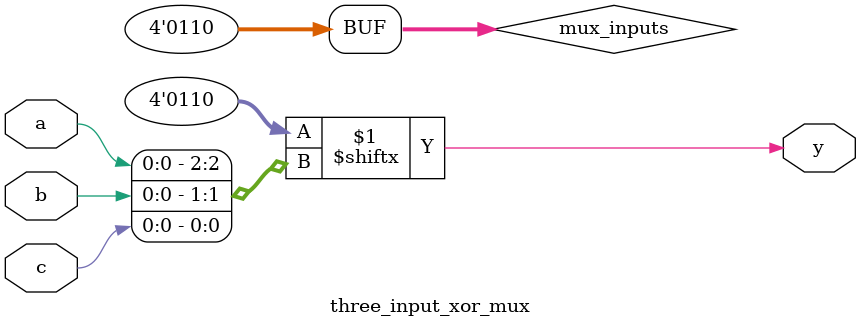
<source format=v>
`timescale 1ns / 1ps

module three_input_xor_mux (
    input wire a,
    input wire b,
    input wire c,
    output wire y
);
    wire [3:0] mux_inputs;
    
    assign mux_inputs[0] = 0;   // 000 -> 0
    assign mux_inputs[1] = 1;   // 001 -> 1
    assign mux_inputs[2] = 1;   // 010 -> 1
    assign mux_inputs[3] = 0;   // 011 -> 0
    assign mux_inputs[4] = 1;   // 100 -> 1
    assign mux_inputs[5] = 0;   // 101 -> 0
    assign mux_inputs[6] = 0;   // 110 -> 0
    assign mux_inputs[7] = 1;   // 111 -> 1

    assign y = mux_inputs[{a, b, c}];
endmodule

</source>
